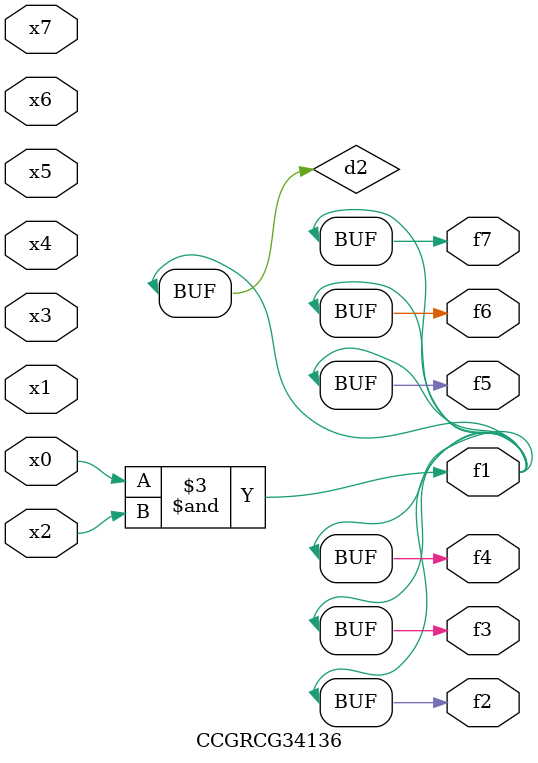
<source format=v>
module CCGRCG34136(
	input x0, x1, x2, x3, x4, x5, x6, x7,
	output f1, f2, f3, f4, f5, f6, f7
);

	wire d1, d2;

	nor (d1, x3, x6);
	and (d2, x0, x2);
	assign f1 = d2;
	assign f2 = d2;
	assign f3 = d2;
	assign f4 = d2;
	assign f5 = d2;
	assign f6 = d2;
	assign f7 = d2;
endmodule

</source>
